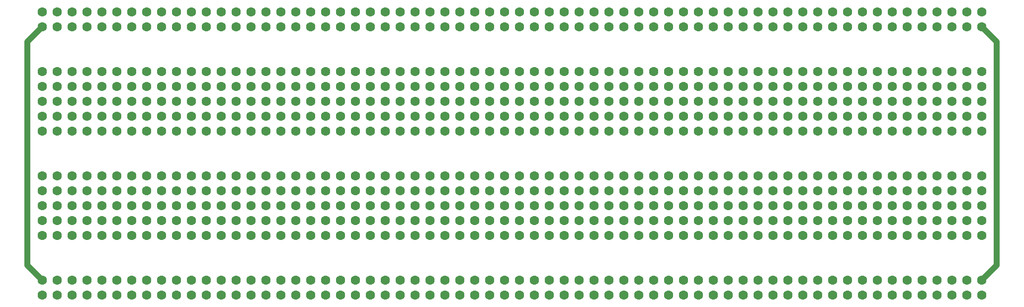
<source format=gbr>
%TF.GenerationSoftware,KiCad,Pcbnew,5.1.7*%
%TF.CreationDate,2020-11-18T18:26:48+01:00*%
%TF.ProjectId,8bitCpu,38626974-4370-4752-9e6b-696361645f70,rev?*%
%TF.SameCoordinates,Original*%
%TF.FileFunction,Copper,L1,Top*%
%TF.FilePolarity,Positive*%
%FSLAX46Y46*%
G04 Gerber Fmt 4.6, Leading zero omitted, Abs format (unit mm)*
G04 Created by KiCad (PCBNEW 5.1.7) date 2020-11-18 18:26:48*
%MOMM*%
%LPD*%
G01*
G04 APERTURE LIST*
%TA.AperFunction,ComponentPad*%
%ADD10C,1.600000*%
%TD*%
%TA.AperFunction,Conductor*%
%ADD11C,1.000000*%
%TD*%
G04 APERTURE END LIST*
D10*
%TO.P,REF\u002A\u002A,1*%
%TO.N,N/C*%
X50800000Y-88900000D03*
%TO.P,REF\u002A\u002A,2*%
X53340000Y-88900000D03*
%TO.P,REF\u002A\u002A,3*%
X55880000Y-88900000D03*
%TO.P,REF\u002A\u002A,4*%
X58420000Y-88900000D03*
%TO.P,REF\u002A\u002A,5*%
X60960000Y-88900000D03*
%TO.P,REF\u002A\u002A,6*%
X63500000Y-88900000D03*
%TO.P,REF\u002A\u002A,7*%
X66040000Y-88900000D03*
%TO.P,REF\u002A\u002A,8*%
X68580000Y-88900000D03*
%TO.P,REF\u002A\u002A,9*%
X71120000Y-88900000D03*
%TO.P,REF\u002A\u002A,10*%
X73660000Y-88900000D03*
%TO.P,REF\u002A\u002A,11*%
X76200000Y-88900000D03*
%TO.P,REF\u002A\u002A,12*%
X78740000Y-88900000D03*
%TO.P,REF\u002A\u002A,13*%
X81280000Y-88900000D03*
%TO.P,REF\u002A\u002A,14*%
X83820000Y-88900000D03*
%TO.P,REF\u002A\u002A,15*%
X86360000Y-88900000D03*
%TO.P,REF\u002A\u002A,16*%
X88900000Y-88900000D03*
%TO.P,REF\u002A\u002A,17*%
X91440000Y-88900000D03*
%TO.P,REF\u002A\u002A,18*%
X93980000Y-88900000D03*
%TO.P,REF\u002A\u002A,19*%
X96520000Y-88900000D03*
%TO.P,REF\u002A\u002A,20*%
X99060000Y-88900000D03*
%TO.P,REF\u002A\u002A,21*%
X101600000Y-88900000D03*
%TO.P,REF\u002A\u002A,22*%
X104140000Y-88900000D03*
%TO.P,REF\u002A\u002A,23*%
X106680000Y-88900000D03*
%TO.P,REF\u002A\u002A,24*%
X109220000Y-88900000D03*
%TO.P,REF\u002A\u002A,25*%
X111760000Y-88900000D03*
%TO.P,REF\u002A\u002A,26*%
X114300000Y-88900000D03*
%TO.P,REF\u002A\u002A,27*%
X116840000Y-88900000D03*
%TO.P,REF\u002A\u002A,28*%
X119380000Y-88900000D03*
%TO.P,REF\u002A\u002A,29*%
X121920000Y-88900000D03*
%TO.P,REF\u002A\u002A,30*%
X124460000Y-88900000D03*
%TO.P,REF\u002A\u002A,31*%
X127000000Y-88900000D03*
%TO.P,REF\u002A\u002A,32*%
X129540000Y-88900000D03*
%TO.P,REF\u002A\u002A,33*%
X132080000Y-88900000D03*
%TO.P,REF\u002A\u002A,34*%
X134620000Y-88900000D03*
%TO.P,REF\u002A\u002A,35*%
X137160000Y-88900000D03*
%TO.P,REF\u002A\u002A,36*%
X139700000Y-88900000D03*
%TO.P,REF\u002A\u002A,37*%
X142240000Y-88900000D03*
%TO.P,REF\u002A\u002A,38*%
X144780000Y-88900000D03*
%TO.P,REF\u002A\u002A,39*%
X147320000Y-88900000D03*
%TO.P,REF\u002A\u002A,40*%
X149860000Y-88900000D03*
%TO.P,REF\u002A\u002A,41*%
X152400000Y-88900000D03*
%TO.P,REF\u002A\u002A,42*%
X154940000Y-88900000D03*
%TO.P,REF\u002A\u002A,43*%
X157480000Y-88900000D03*
%TO.P,REF\u002A\u002A,44*%
X160020000Y-88900000D03*
%TO.P,REF\u002A\u002A,45*%
X162560000Y-88900000D03*
%TO.P,REF\u002A\u002A,46*%
X165100000Y-88900000D03*
%TO.P,REF\u002A\u002A,47*%
X167640000Y-88900000D03*
%TO.P,REF\u002A\u002A,48*%
X170180000Y-88900000D03*
%TO.P,REF\u002A\u002A,49*%
X172720000Y-88900000D03*
%TO.P,REF\u002A\u002A,50*%
X175260000Y-88900000D03*
%TO.P,REF\u002A\u002A,51*%
X177800000Y-88900000D03*
%TO.P,REF\u002A\u002A,52*%
X180340000Y-88900000D03*
%TO.P,REF\u002A\u002A,53*%
X182880000Y-88900000D03*
%TO.P,REF\u002A\u002A,54*%
X185420000Y-88900000D03*
%TO.P,REF\u002A\u002A,55*%
X187960000Y-88900000D03*
%TO.P,REF\u002A\u002A,56*%
X190500000Y-88900000D03*
%TO.P,REF\u002A\u002A,57*%
X193040000Y-88900000D03*
%TO.P,REF\u002A\u002A,58*%
X195580000Y-88900000D03*
%TO.P,REF\u002A\u002A,59*%
X198120000Y-88900000D03*
%TO.P,REF\u002A\u002A,60*%
X200660000Y-88900000D03*
%TO.P,REF\u002A\u002A,61*%
X203200000Y-88900000D03*
%TO.P,REF\u002A\u002A,62*%
X205740000Y-88900000D03*
%TO.P,REF\u002A\u002A,63*%
X208280000Y-88900000D03*
%TO.P,REF\u002A\u002A,64*%
X210820000Y-88900000D03*
%TD*%
%TO.P,REF\u002A\u002A,64*%
%TO.N,N/C*%
X210820000Y-91440000D03*
%TO.P,REF\u002A\u002A,63*%
X208280000Y-91440000D03*
%TO.P,REF\u002A\u002A,62*%
X205740000Y-91440000D03*
%TO.P,REF\u002A\u002A,61*%
X203200000Y-91440000D03*
%TO.P,REF\u002A\u002A,60*%
X200660000Y-91440000D03*
%TO.P,REF\u002A\u002A,59*%
X198120000Y-91440000D03*
%TO.P,REF\u002A\u002A,58*%
X195580000Y-91440000D03*
%TO.P,REF\u002A\u002A,57*%
X193040000Y-91440000D03*
%TO.P,REF\u002A\u002A,56*%
X190500000Y-91440000D03*
%TO.P,REF\u002A\u002A,55*%
X187960000Y-91440000D03*
%TO.P,REF\u002A\u002A,54*%
X185420000Y-91440000D03*
%TO.P,REF\u002A\u002A,53*%
X182880000Y-91440000D03*
%TO.P,REF\u002A\u002A,52*%
X180340000Y-91440000D03*
%TO.P,REF\u002A\u002A,51*%
X177800000Y-91440000D03*
%TO.P,REF\u002A\u002A,50*%
X175260000Y-91440000D03*
%TO.P,REF\u002A\u002A,49*%
X172720000Y-91440000D03*
%TO.P,REF\u002A\u002A,48*%
X170180000Y-91440000D03*
%TO.P,REF\u002A\u002A,47*%
X167640000Y-91440000D03*
%TO.P,REF\u002A\u002A,46*%
X165100000Y-91440000D03*
%TO.P,REF\u002A\u002A,45*%
X162560000Y-91440000D03*
%TO.P,REF\u002A\u002A,44*%
X160020000Y-91440000D03*
%TO.P,REF\u002A\u002A,43*%
X157480000Y-91440000D03*
%TO.P,REF\u002A\u002A,42*%
X154940000Y-91440000D03*
%TO.P,REF\u002A\u002A,41*%
X152400000Y-91440000D03*
%TO.P,REF\u002A\u002A,40*%
X149860000Y-91440000D03*
%TO.P,REF\u002A\u002A,39*%
X147320000Y-91440000D03*
%TO.P,REF\u002A\u002A,38*%
X144780000Y-91440000D03*
%TO.P,REF\u002A\u002A,37*%
X142240000Y-91440000D03*
%TO.P,REF\u002A\u002A,36*%
X139700000Y-91440000D03*
%TO.P,REF\u002A\u002A,35*%
X137160000Y-91440000D03*
%TO.P,REF\u002A\u002A,34*%
X134620000Y-91440000D03*
%TO.P,REF\u002A\u002A,33*%
X132080000Y-91440000D03*
%TO.P,REF\u002A\u002A,32*%
X129540000Y-91440000D03*
%TO.P,REF\u002A\u002A,31*%
X127000000Y-91440000D03*
%TO.P,REF\u002A\u002A,30*%
X124460000Y-91440000D03*
%TO.P,REF\u002A\u002A,29*%
X121920000Y-91440000D03*
%TO.P,REF\u002A\u002A,28*%
X119380000Y-91440000D03*
%TO.P,REF\u002A\u002A,27*%
X116840000Y-91440000D03*
%TO.P,REF\u002A\u002A,26*%
X114300000Y-91440000D03*
%TO.P,REF\u002A\u002A,25*%
X111760000Y-91440000D03*
%TO.P,REF\u002A\u002A,24*%
X109220000Y-91440000D03*
%TO.P,REF\u002A\u002A,23*%
X106680000Y-91440000D03*
%TO.P,REF\u002A\u002A,22*%
X104140000Y-91440000D03*
%TO.P,REF\u002A\u002A,21*%
X101600000Y-91440000D03*
%TO.P,REF\u002A\u002A,20*%
X99060000Y-91440000D03*
%TO.P,REF\u002A\u002A,19*%
X96520000Y-91440000D03*
%TO.P,REF\u002A\u002A,18*%
X93980000Y-91440000D03*
%TO.P,REF\u002A\u002A,17*%
X91440000Y-91440000D03*
%TO.P,REF\u002A\u002A,16*%
X88900000Y-91440000D03*
%TO.P,REF\u002A\u002A,15*%
X86360000Y-91440000D03*
%TO.P,REF\u002A\u002A,14*%
X83820000Y-91440000D03*
%TO.P,REF\u002A\u002A,13*%
X81280000Y-91440000D03*
%TO.P,REF\u002A\u002A,12*%
X78740000Y-91440000D03*
%TO.P,REF\u002A\u002A,11*%
X76200000Y-91440000D03*
%TO.P,REF\u002A\u002A,10*%
X73660000Y-91440000D03*
%TO.P,REF\u002A\u002A,9*%
X71120000Y-91440000D03*
%TO.P,REF\u002A\u002A,8*%
X68580000Y-91440000D03*
%TO.P,REF\u002A\u002A,7*%
X66040000Y-91440000D03*
%TO.P,REF\u002A\u002A,6*%
X63500000Y-91440000D03*
%TO.P,REF\u002A\u002A,5*%
X60960000Y-91440000D03*
%TO.P,REF\u002A\u002A,4*%
X58420000Y-91440000D03*
%TO.P,REF\u002A\u002A,3*%
X55880000Y-91440000D03*
%TO.P,REF\u002A\u002A,2*%
X53340000Y-91440000D03*
%TO.P,REF\u002A\u002A,1*%
X50800000Y-91440000D03*
%TD*%
%TO.P,REF\u002A\u002A,1*%
%TO.N,N/C*%
X50800000Y-45720000D03*
%TO.P,REF\u002A\u002A,2*%
X53340000Y-45720000D03*
%TO.P,REF\u002A\u002A,3*%
X55880000Y-45720000D03*
%TO.P,REF\u002A\u002A,4*%
X58420000Y-45720000D03*
%TO.P,REF\u002A\u002A,5*%
X60960000Y-45720000D03*
%TO.P,REF\u002A\u002A,6*%
X63500000Y-45720000D03*
%TO.P,REF\u002A\u002A,7*%
X66040000Y-45720000D03*
%TO.P,REF\u002A\u002A,8*%
X68580000Y-45720000D03*
%TO.P,REF\u002A\u002A,9*%
X71120000Y-45720000D03*
%TO.P,REF\u002A\u002A,10*%
X73660000Y-45720000D03*
%TO.P,REF\u002A\u002A,11*%
X76200000Y-45720000D03*
%TO.P,REF\u002A\u002A,12*%
X78740000Y-45720000D03*
%TO.P,REF\u002A\u002A,13*%
X81280000Y-45720000D03*
%TO.P,REF\u002A\u002A,14*%
X83820000Y-45720000D03*
%TO.P,REF\u002A\u002A,15*%
X86360000Y-45720000D03*
%TO.P,REF\u002A\u002A,16*%
X88900000Y-45720000D03*
%TO.P,REF\u002A\u002A,17*%
X91440000Y-45720000D03*
%TO.P,REF\u002A\u002A,18*%
X93980000Y-45720000D03*
%TO.P,REF\u002A\u002A,19*%
X96520000Y-45720000D03*
%TO.P,REF\u002A\u002A,20*%
X99060000Y-45720000D03*
%TO.P,REF\u002A\u002A,21*%
X101600000Y-45720000D03*
%TO.P,REF\u002A\u002A,22*%
X104140000Y-45720000D03*
%TO.P,REF\u002A\u002A,23*%
X106680000Y-45720000D03*
%TO.P,REF\u002A\u002A,24*%
X109220000Y-45720000D03*
%TO.P,REF\u002A\u002A,25*%
X111760000Y-45720000D03*
%TO.P,REF\u002A\u002A,26*%
X114300000Y-45720000D03*
%TO.P,REF\u002A\u002A,27*%
X116840000Y-45720000D03*
%TO.P,REF\u002A\u002A,28*%
X119380000Y-45720000D03*
%TO.P,REF\u002A\u002A,29*%
X121920000Y-45720000D03*
%TO.P,REF\u002A\u002A,30*%
X124460000Y-45720000D03*
%TO.P,REF\u002A\u002A,31*%
X127000000Y-45720000D03*
%TO.P,REF\u002A\u002A,32*%
X129540000Y-45720000D03*
%TO.P,REF\u002A\u002A,33*%
X132080000Y-45720000D03*
%TO.P,REF\u002A\u002A,34*%
X134620000Y-45720000D03*
%TO.P,REF\u002A\u002A,35*%
X137160000Y-45720000D03*
%TO.P,REF\u002A\u002A,36*%
X139700000Y-45720000D03*
%TO.P,REF\u002A\u002A,37*%
X142240000Y-45720000D03*
%TO.P,REF\u002A\u002A,38*%
X144780000Y-45720000D03*
%TO.P,REF\u002A\u002A,39*%
X147320000Y-45720000D03*
%TO.P,REF\u002A\u002A,40*%
X149860000Y-45720000D03*
%TO.P,REF\u002A\u002A,41*%
X152400000Y-45720000D03*
%TO.P,REF\u002A\u002A,42*%
X154940000Y-45720000D03*
%TO.P,REF\u002A\u002A,43*%
X157480000Y-45720000D03*
%TO.P,REF\u002A\u002A,44*%
X160020000Y-45720000D03*
%TO.P,REF\u002A\u002A,45*%
X162560000Y-45720000D03*
%TO.P,REF\u002A\u002A,46*%
X165100000Y-45720000D03*
%TO.P,REF\u002A\u002A,47*%
X167640000Y-45720000D03*
%TO.P,REF\u002A\u002A,48*%
X170180000Y-45720000D03*
%TO.P,REF\u002A\u002A,49*%
X172720000Y-45720000D03*
%TO.P,REF\u002A\u002A,50*%
X175260000Y-45720000D03*
%TO.P,REF\u002A\u002A,51*%
X177800000Y-45720000D03*
%TO.P,REF\u002A\u002A,52*%
X180340000Y-45720000D03*
%TO.P,REF\u002A\u002A,53*%
X182880000Y-45720000D03*
%TO.P,REF\u002A\u002A,54*%
X185420000Y-45720000D03*
%TO.P,REF\u002A\u002A,55*%
X187960000Y-45720000D03*
%TO.P,REF\u002A\u002A,56*%
X190500000Y-45720000D03*
%TO.P,REF\u002A\u002A,57*%
X193040000Y-45720000D03*
%TO.P,REF\u002A\u002A,58*%
X195580000Y-45720000D03*
%TO.P,REF\u002A\u002A,59*%
X198120000Y-45720000D03*
%TO.P,REF\u002A\u002A,60*%
X200660000Y-45720000D03*
%TO.P,REF\u002A\u002A,61*%
X203200000Y-45720000D03*
%TO.P,REF\u002A\u002A,62*%
X205740000Y-45720000D03*
%TO.P,REF\u002A\u002A,63*%
X208280000Y-45720000D03*
%TO.P,REF\u002A\u002A,64*%
X210820000Y-45720000D03*
%TD*%
%TO.P,REF\u002A\u002A,5*%
%TO.N,N/C*%
X50800000Y-81280000D03*
%TO.P,REF\u002A\u002A,4*%
X50800000Y-78740000D03*
%TO.P,REF\u002A\u002A,3*%
X50800000Y-76200000D03*
%TO.P,REF\u002A\u002A,2*%
X50800000Y-73660000D03*
%TO.P,REF\u002A\u002A,1*%
X50800000Y-71120000D03*
%TD*%
%TO.P,REF\u002A\u002A,5*%
%TO.N,N/C*%
X53340000Y-81280000D03*
%TO.P,REF\u002A\u002A,4*%
X53340000Y-78740000D03*
%TO.P,REF\u002A\u002A,3*%
X53340000Y-76200000D03*
%TO.P,REF\u002A\u002A,2*%
X53340000Y-73660000D03*
%TO.P,REF\u002A\u002A,1*%
X53340000Y-71120000D03*
%TD*%
%TO.P,REF\u002A\u002A,5*%
%TO.N,N/C*%
X55880000Y-81280000D03*
%TO.P,REF\u002A\u002A,4*%
X55880000Y-78740000D03*
%TO.P,REF\u002A\u002A,3*%
X55880000Y-76200000D03*
%TO.P,REF\u002A\u002A,2*%
X55880000Y-73660000D03*
%TO.P,REF\u002A\u002A,1*%
X55880000Y-71120000D03*
%TD*%
%TO.P,REF\u002A\u002A,5*%
%TO.N,N/C*%
X58420000Y-81280000D03*
%TO.P,REF\u002A\u002A,4*%
X58420000Y-78740000D03*
%TO.P,REF\u002A\u002A,3*%
X58420000Y-76200000D03*
%TO.P,REF\u002A\u002A,2*%
X58420000Y-73660000D03*
%TO.P,REF\u002A\u002A,1*%
X58420000Y-71120000D03*
%TD*%
%TO.P,REF\u002A\u002A,5*%
%TO.N,N/C*%
X60960000Y-81280000D03*
%TO.P,REF\u002A\u002A,4*%
X60960000Y-78740000D03*
%TO.P,REF\u002A\u002A,3*%
X60960000Y-76200000D03*
%TO.P,REF\u002A\u002A,2*%
X60960000Y-73660000D03*
%TO.P,REF\u002A\u002A,1*%
X60960000Y-71120000D03*
%TD*%
%TO.P,REF\u002A\u002A,5*%
%TO.N,N/C*%
X63500000Y-81280000D03*
%TO.P,REF\u002A\u002A,4*%
X63500000Y-78740000D03*
%TO.P,REF\u002A\u002A,3*%
X63500000Y-76200000D03*
%TO.P,REF\u002A\u002A,2*%
X63500000Y-73660000D03*
%TO.P,REF\u002A\u002A,1*%
X63500000Y-71120000D03*
%TD*%
%TO.P,REF\u002A\u002A,5*%
%TO.N,N/C*%
X66040000Y-81280000D03*
%TO.P,REF\u002A\u002A,4*%
X66040000Y-78740000D03*
%TO.P,REF\u002A\u002A,3*%
X66040000Y-76200000D03*
%TO.P,REF\u002A\u002A,2*%
X66040000Y-73660000D03*
%TO.P,REF\u002A\u002A,1*%
X66040000Y-71120000D03*
%TD*%
%TO.P,REF\u002A\u002A,5*%
%TO.N,N/C*%
X68580000Y-81280000D03*
%TO.P,REF\u002A\u002A,4*%
X68580000Y-78740000D03*
%TO.P,REF\u002A\u002A,3*%
X68580000Y-76200000D03*
%TO.P,REF\u002A\u002A,2*%
X68580000Y-73660000D03*
%TO.P,REF\u002A\u002A,1*%
X68580000Y-71120000D03*
%TD*%
%TO.P,REF\u002A\u002A,5*%
%TO.N,N/C*%
X83820000Y-81280000D03*
%TO.P,REF\u002A\u002A,4*%
X83820000Y-78740000D03*
%TO.P,REF\u002A\u002A,3*%
X83820000Y-76200000D03*
%TO.P,REF\u002A\u002A,2*%
X83820000Y-73660000D03*
%TO.P,REF\u002A\u002A,1*%
X83820000Y-71120000D03*
%TD*%
%TO.P,REF\u002A\u002A,5*%
%TO.N,N/C*%
X81280000Y-81280000D03*
%TO.P,REF\u002A\u002A,4*%
X81280000Y-78740000D03*
%TO.P,REF\u002A\u002A,3*%
X81280000Y-76200000D03*
%TO.P,REF\u002A\u002A,2*%
X81280000Y-73660000D03*
%TO.P,REF\u002A\u002A,1*%
X81280000Y-71120000D03*
%TD*%
%TO.P,REF\u002A\u002A,5*%
%TO.N,N/C*%
X86360000Y-81280000D03*
%TO.P,REF\u002A\u002A,4*%
X86360000Y-78740000D03*
%TO.P,REF\u002A\u002A,3*%
X86360000Y-76200000D03*
%TO.P,REF\u002A\u002A,2*%
X86360000Y-73660000D03*
%TO.P,REF\u002A\u002A,1*%
X86360000Y-71120000D03*
%TD*%
%TO.P,REF\u002A\u002A,5*%
%TO.N,N/C*%
X76200000Y-81280000D03*
%TO.P,REF\u002A\u002A,4*%
X76200000Y-78740000D03*
%TO.P,REF\u002A\u002A,3*%
X76200000Y-76200000D03*
%TO.P,REF\u002A\u002A,2*%
X76200000Y-73660000D03*
%TO.P,REF\u002A\u002A,1*%
X76200000Y-71120000D03*
%TD*%
%TO.P,REF\u002A\u002A,5*%
%TO.N,N/C*%
X71120000Y-81280000D03*
%TO.P,REF\u002A\u002A,4*%
X71120000Y-78740000D03*
%TO.P,REF\u002A\u002A,3*%
X71120000Y-76200000D03*
%TO.P,REF\u002A\u002A,2*%
X71120000Y-73660000D03*
%TO.P,REF\u002A\u002A,1*%
X71120000Y-71120000D03*
%TD*%
%TO.P,REF\u002A\u002A,5*%
%TO.N,N/C*%
X78740000Y-81280000D03*
%TO.P,REF\u002A\u002A,4*%
X78740000Y-78740000D03*
%TO.P,REF\u002A\u002A,3*%
X78740000Y-76200000D03*
%TO.P,REF\u002A\u002A,2*%
X78740000Y-73660000D03*
%TO.P,REF\u002A\u002A,1*%
X78740000Y-71120000D03*
%TD*%
%TO.P,REF\u002A\u002A,5*%
%TO.N,N/C*%
X88900000Y-81280000D03*
%TO.P,REF\u002A\u002A,4*%
X88900000Y-78740000D03*
%TO.P,REF\u002A\u002A,3*%
X88900000Y-76200000D03*
%TO.P,REF\u002A\u002A,2*%
X88900000Y-73660000D03*
%TO.P,REF\u002A\u002A,1*%
X88900000Y-71120000D03*
%TD*%
%TO.P,REF\u002A\u002A,5*%
%TO.N,N/C*%
X73660000Y-81280000D03*
%TO.P,REF\u002A\u002A,4*%
X73660000Y-78740000D03*
%TO.P,REF\u002A\u002A,3*%
X73660000Y-76200000D03*
%TO.P,REF\u002A\u002A,2*%
X73660000Y-73660000D03*
%TO.P,REF\u002A\u002A,1*%
X73660000Y-71120000D03*
%TD*%
%TO.P,REF\u002A\u002A,5*%
%TO.N,N/C*%
X104140000Y-81280000D03*
%TO.P,REF\u002A\u002A,4*%
X104140000Y-78740000D03*
%TO.P,REF\u002A\u002A,3*%
X104140000Y-76200000D03*
%TO.P,REF\u002A\u002A,2*%
X104140000Y-73660000D03*
%TO.P,REF\u002A\u002A,1*%
X104140000Y-71120000D03*
%TD*%
%TO.P,REF\u002A\u002A,5*%
%TO.N,N/C*%
X124460000Y-81280000D03*
%TO.P,REF\u002A\u002A,4*%
X124460000Y-78740000D03*
%TO.P,REF\u002A\u002A,3*%
X124460000Y-76200000D03*
%TO.P,REF\u002A\u002A,2*%
X124460000Y-73660000D03*
%TO.P,REF\u002A\u002A,1*%
X124460000Y-71120000D03*
%TD*%
%TO.P,REF\u002A\u002A,5*%
%TO.N,N/C*%
X101600000Y-81280000D03*
%TO.P,REF\u002A\u002A,4*%
X101600000Y-78740000D03*
%TO.P,REF\u002A\u002A,3*%
X101600000Y-76200000D03*
%TO.P,REF\u002A\u002A,2*%
X101600000Y-73660000D03*
%TO.P,REF\u002A\u002A,1*%
X101600000Y-71120000D03*
%TD*%
%TO.P,REF\u002A\u002A,5*%
%TO.N,N/C*%
X119380000Y-81280000D03*
%TO.P,REF\u002A\u002A,4*%
X119380000Y-78740000D03*
%TO.P,REF\u002A\u002A,3*%
X119380000Y-76200000D03*
%TO.P,REF\u002A\u002A,2*%
X119380000Y-73660000D03*
%TO.P,REF\u002A\u002A,1*%
X119380000Y-71120000D03*
%TD*%
%TO.P,REF\u002A\u002A,5*%
%TO.N,N/C*%
X106680000Y-81280000D03*
%TO.P,REF\u002A\u002A,4*%
X106680000Y-78740000D03*
%TO.P,REF\u002A\u002A,3*%
X106680000Y-76200000D03*
%TO.P,REF\u002A\u002A,2*%
X106680000Y-73660000D03*
%TO.P,REF\u002A\u002A,1*%
X106680000Y-71120000D03*
%TD*%
%TO.P,REF\u002A\u002A,5*%
%TO.N,N/C*%
X116840000Y-81280000D03*
%TO.P,REF\u002A\u002A,4*%
X116840000Y-78740000D03*
%TO.P,REF\u002A\u002A,3*%
X116840000Y-76200000D03*
%TO.P,REF\u002A\u002A,2*%
X116840000Y-73660000D03*
%TO.P,REF\u002A\u002A,1*%
X116840000Y-71120000D03*
%TD*%
%TO.P,REF\u002A\u002A,5*%
%TO.N,N/C*%
X111760000Y-81280000D03*
%TO.P,REF\u002A\u002A,4*%
X111760000Y-78740000D03*
%TO.P,REF\u002A\u002A,3*%
X111760000Y-76200000D03*
%TO.P,REF\u002A\u002A,2*%
X111760000Y-73660000D03*
%TO.P,REF\u002A\u002A,1*%
X111760000Y-71120000D03*
%TD*%
%TO.P,REF\u002A\u002A,5*%
%TO.N,N/C*%
X121920000Y-81280000D03*
%TO.P,REF\u002A\u002A,4*%
X121920000Y-78740000D03*
%TO.P,REF\u002A\u002A,3*%
X121920000Y-76200000D03*
%TO.P,REF\u002A\u002A,2*%
X121920000Y-73660000D03*
%TO.P,REF\u002A\u002A,1*%
X121920000Y-71120000D03*
%TD*%
%TO.P,REF\u002A\u002A,5*%
%TO.N,N/C*%
X96520000Y-81280000D03*
%TO.P,REF\u002A\u002A,4*%
X96520000Y-78740000D03*
%TO.P,REF\u002A\u002A,3*%
X96520000Y-76200000D03*
%TO.P,REF\u002A\u002A,2*%
X96520000Y-73660000D03*
%TO.P,REF\u002A\u002A,1*%
X96520000Y-71120000D03*
%TD*%
%TO.P,REF\u002A\u002A,5*%
%TO.N,N/C*%
X127000000Y-81280000D03*
%TO.P,REF\u002A\u002A,4*%
X127000000Y-78740000D03*
%TO.P,REF\u002A\u002A,3*%
X127000000Y-76200000D03*
%TO.P,REF\u002A\u002A,2*%
X127000000Y-73660000D03*
%TO.P,REF\u002A\u002A,1*%
X127000000Y-71120000D03*
%TD*%
%TO.P,REF\u002A\u002A,5*%
%TO.N,N/C*%
X129540000Y-81280000D03*
%TO.P,REF\u002A\u002A,4*%
X129540000Y-78740000D03*
%TO.P,REF\u002A\u002A,3*%
X129540000Y-76200000D03*
%TO.P,REF\u002A\u002A,2*%
X129540000Y-73660000D03*
%TO.P,REF\u002A\u002A,1*%
X129540000Y-71120000D03*
%TD*%
%TO.P,REF\u002A\u002A,5*%
%TO.N,N/C*%
X91440000Y-81280000D03*
%TO.P,REF\u002A\u002A,4*%
X91440000Y-78740000D03*
%TO.P,REF\u002A\u002A,3*%
X91440000Y-76200000D03*
%TO.P,REF\u002A\u002A,2*%
X91440000Y-73660000D03*
%TO.P,REF\u002A\u002A,1*%
X91440000Y-71120000D03*
%TD*%
%TO.P,REF\u002A\u002A,5*%
%TO.N,N/C*%
X99060000Y-81280000D03*
%TO.P,REF\u002A\u002A,4*%
X99060000Y-78740000D03*
%TO.P,REF\u002A\u002A,3*%
X99060000Y-76200000D03*
%TO.P,REF\u002A\u002A,2*%
X99060000Y-73660000D03*
%TO.P,REF\u002A\u002A,1*%
X99060000Y-71120000D03*
%TD*%
%TO.P,REF\u002A\u002A,5*%
%TO.N,N/C*%
X114300000Y-81280000D03*
%TO.P,REF\u002A\u002A,4*%
X114300000Y-78740000D03*
%TO.P,REF\u002A\u002A,3*%
X114300000Y-76200000D03*
%TO.P,REF\u002A\u002A,2*%
X114300000Y-73660000D03*
%TO.P,REF\u002A\u002A,1*%
X114300000Y-71120000D03*
%TD*%
%TO.P,REF\u002A\u002A,5*%
%TO.N,N/C*%
X109220000Y-81280000D03*
%TO.P,REF\u002A\u002A,4*%
X109220000Y-78740000D03*
%TO.P,REF\u002A\u002A,3*%
X109220000Y-76200000D03*
%TO.P,REF\u002A\u002A,2*%
X109220000Y-73660000D03*
%TO.P,REF\u002A\u002A,1*%
X109220000Y-71120000D03*
%TD*%
%TO.P,REF\u002A\u002A,5*%
%TO.N,N/C*%
X93980000Y-81280000D03*
%TO.P,REF\u002A\u002A,4*%
X93980000Y-78740000D03*
%TO.P,REF\u002A\u002A,3*%
X93980000Y-76200000D03*
%TO.P,REF\u002A\u002A,2*%
X93980000Y-73660000D03*
%TO.P,REF\u002A\u002A,1*%
X93980000Y-71120000D03*
%TD*%
%TO.P,REF\u002A\u002A,5*%
%TO.N,N/C*%
X144780000Y-81280000D03*
%TO.P,REF\u002A\u002A,4*%
X144780000Y-78740000D03*
%TO.P,REF\u002A\u002A,3*%
X144780000Y-76200000D03*
%TO.P,REF\u002A\u002A,2*%
X144780000Y-73660000D03*
%TO.P,REF\u002A\u002A,1*%
X144780000Y-71120000D03*
%TD*%
%TO.P,REF\u002A\u002A,5*%
%TO.N,N/C*%
X165100000Y-81280000D03*
%TO.P,REF\u002A\u002A,4*%
X165100000Y-78740000D03*
%TO.P,REF\u002A\u002A,3*%
X165100000Y-76200000D03*
%TO.P,REF\u002A\u002A,2*%
X165100000Y-73660000D03*
%TO.P,REF\u002A\u002A,1*%
X165100000Y-71120000D03*
%TD*%
%TO.P,REF\u002A\u002A,5*%
%TO.N,N/C*%
X142240000Y-81280000D03*
%TO.P,REF\u002A\u002A,4*%
X142240000Y-78740000D03*
%TO.P,REF\u002A\u002A,3*%
X142240000Y-76200000D03*
%TO.P,REF\u002A\u002A,2*%
X142240000Y-73660000D03*
%TO.P,REF\u002A\u002A,1*%
X142240000Y-71120000D03*
%TD*%
%TO.P,REF\u002A\u002A,5*%
%TO.N,N/C*%
X160020000Y-81280000D03*
%TO.P,REF\u002A\u002A,4*%
X160020000Y-78740000D03*
%TO.P,REF\u002A\u002A,3*%
X160020000Y-76200000D03*
%TO.P,REF\u002A\u002A,2*%
X160020000Y-73660000D03*
%TO.P,REF\u002A\u002A,1*%
X160020000Y-71120000D03*
%TD*%
%TO.P,REF\u002A\u002A,5*%
%TO.N,N/C*%
X147320000Y-81280000D03*
%TO.P,REF\u002A\u002A,4*%
X147320000Y-78740000D03*
%TO.P,REF\u002A\u002A,3*%
X147320000Y-76200000D03*
%TO.P,REF\u002A\u002A,2*%
X147320000Y-73660000D03*
%TO.P,REF\u002A\u002A,1*%
X147320000Y-71120000D03*
%TD*%
%TO.P,REF\u002A\u002A,5*%
%TO.N,N/C*%
X157480000Y-81280000D03*
%TO.P,REF\u002A\u002A,4*%
X157480000Y-78740000D03*
%TO.P,REF\u002A\u002A,3*%
X157480000Y-76200000D03*
%TO.P,REF\u002A\u002A,2*%
X157480000Y-73660000D03*
%TO.P,REF\u002A\u002A,1*%
X157480000Y-71120000D03*
%TD*%
%TO.P,REF\u002A\u002A,5*%
%TO.N,N/C*%
X152400000Y-81280000D03*
%TO.P,REF\u002A\u002A,4*%
X152400000Y-78740000D03*
%TO.P,REF\u002A\u002A,3*%
X152400000Y-76200000D03*
%TO.P,REF\u002A\u002A,2*%
X152400000Y-73660000D03*
%TO.P,REF\u002A\u002A,1*%
X152400000Y-71120000D03*
%TD*%
%TO.P,REF\u002A\u002A,5*%
%TO.N,N/C*%
X162560000Y-81280000D03*
%TO.P,REF\u002A\u002A,4*%
X162560000Y-78740000D03*
%TO.P,REF\u002A\u002A,3*%
X162560000Y-76200000D03*
%TO.P,REF\u002A\u002A,2*%
X162560000Y-73660000D03*
%TO.P,REF\u002A\u002A,1*%
X162560000Y-71120000D03*
%TD*%
%TO.P,REF\u002A\u002A,5*%
%TO.N,N/C*%
X137160000Y-81280000D03*
%TO.P,REF\u002A\u002A,4*%
X137160000Y-78740000D03*
%TO.P,REF\u002A\u002A,3*%
X137160000Y-76200000D03*
%TO.P,REF\u002A\u002A,2*%
X137160000Y-73660000D03*
%TO.P,REF\u002A\u002A,1*%
X137160000Y-71120000D03*
%TD*%
%TO.P,REF\u002A\u002A,5*%
%TO.N,N/C*%
X167640000Y-81280000D03*
%TO.P,REF\u002A\u002A,4*%
X167640000Y-78740000D03*
%TO.P,REF\u002A\u002A,3*%
X167640000Y-76200000D03*
%TO.P,REF\u002A\u002A,2*%
X167640000Y-73660000D03*
%TO.P,REF\u002A\u002A,1*%
X167640000Y-71120000D03*
%TD*%
%TO.P,REF\u002A\u002A,5*%
%TO.N,N/C*%
X170180000Y-81280000D03*
%TO.P,REF\u002A\u002A,4*%
X170180000Y-78740000D03*
%TO.P,REF\u002A\u002A,3*%
X170180000Y-76200000D03*
%TO.P,REF\u002A\u002A,2*%
X170180000Y-73660000D03*
%TO.P,REF\u002A\u002A,1*%
X170180000Y-71120000D03*
%TD*%
%TO.P,REF\u002A\u002A,5*%
%TO.N,N/C*%
X132080000Y-81280000D03*
%TO.P,REF\u002A\u002A,4*%
X132080000Y-78740000D03*
%TO.P,REF\u002A\u002A,3*%
X132080000Y-76200000D03*
%TO.P,REF\u002A\u002A,2*%
X132080000Y-73660000D03*
%TO.P,REF\u002A\u002A,1*%
X132080000Y-71120000D03*
%TD*%
%TO.P,REF\u002A\u002A,5*%
%TO.N,N/C*%
X139700000Y-81280000D03*
%TO.P,REF\u002A\u002A,4*%
X139700000Y-78740000D03*
%TO.P,REF\u002A\u002A,3*%
X139700000Y-76200000D03*
%TO.P,REF\u002A\u002A,2*%
X139700000Y-73660000D03*
%TO.P,REF\u002A\u002A,1*%
X139700000Y-71120000D03*
%TD*%
%TO.P,REF\u002A\u002A,5*%
%TO.N,N/C*%
X154940000Y-81280000D03*
%TO.P,REF\u002A\u002A,4*%
X154940000Y-78740000D03*
%TO.P,REF\u002A\u002A,3*%
X154940000Y-76200000D03*
%TO.P,REF\u002A\u002A,2*%
X154940000Y-73660000D03*
%TO.P,REF\u002A\u002A,1*%
X154940000Y-71120000D03*
%TD*%
%TO.P,REF\u002A\u002A,5*%
%TO.N,N/C*%
X149860000Y-81280000D03*
%TO.P,REF\u002A\u002A,4*%
X149860000Y-78740000D03*
%TO.P,REF\u002A\u002A,3*%
X149860000Y-76200000D03*
%TO.P,REF\u002A\u002A,2*%
X149860000Y-73660000D03*
%TO.P,REF\u002A\u002A,1*%
X149860000Y-71120000D03*
%TD*%
%TO.P,REF\u002A\u002A,5*%
%TO.N,N/C*%
X134620000Y-81280000D03*
%TO.P,REF\u002A\u002A,4*%
X134620000Y-78740000D03*
%TO.P,REF\u002A\u002A,3*%
X134620000Y-76200000D03*
%TO.P,REF\u002A\u002A,2*%
X134620000Y-73660000D03*
%TO.P,REF\u002A\u002A,1*%
X134620000Y-71120000D03*
%TD*%
%TO.P,REF\u002A\u002A,5*%
%TO.N,N/C*%
X185420000Y-81280000D03*
%TO.P,REF\u002A\u002A,4*%
X185420000Y-78740000D03*
%TO.P,REF\u002A\u002A,3*%
X185420000Y-76200000D03*
%TO.P,REF\u002A\u002A,2*%
X185420000Y-73660000D03*
%TO.P,REF\u002A\u002A,1*%
X185420000Y-71120000D03*
%TD*%
%TO.P,REF\u002A\u002A,5*%
%TO.N,N/C*%
X205740000Y-81280000D03*
%TO.P,REF\u002A\u002A,4*%
X205740000Y-78740000D03*
%TO.P,REF\u002A\u002A,3*%
X205740000Y-76200000D03*
%TO.P,REF\u002A\u002A,2*%
X205740000Y-73660000D03*
%TO.P,REF\u002A\u002A,1*%
X205740000Y-71120000D03*
%TD*%
%TO.P,REF\u002A\u002A,5*%
%TO.N,N/C*%
X182880000Y-81280000D03*
%TO.P,REF\u002A\u002A,4*%
X182880000Y-78740000D03*
%TO.P,REF\u002A\u002A,3*%
X182880000Y-76200000D03*
%TO.P,REF\u002A\u002A,2*%
X182880000Y-73660000D03*
%TO.P,REF\u002A\u002A,1*%
X182880000Y-71120000D03*
%TD*%
%TO.P,REF\u002A\u002A,5*%
%TO.N,N/C*%
X200660000Y-81280000D03*
%TO.P,REF\u002A\u002A,4*%
X200660000Y-78740000D03*
%TO.P,REF\u002A\u002A,3*%
X200660000Y-76200000D03*
%TO.P,REF\u002A\u002A,2*%
X200660000Y-73660000D03*
%TO.P,REF\u002A\u002A,1*%
X200660000Y-71120000D03*
%TD*%
%TO.P,REF\u002A\u002A,5*%
%TO.N,N/C*%
X187960000Y-81280000D03*
%TO.P,REF\u002A\u002A,4*%
X187960000Y-78740000D03*
%TO.P,REF\u002A\u002A,3*%
X187960000Y-76200000D03*
%TO.P,REF\u002A\u002A,2*%
X187960000Y-73660000D03*
%TO.P,REF\u002A\u002A,1*%
X187960000Y-71120000D03*
%TD*%
%TO.P,REF\u002A\u002A,5*%
%TO.N,N/C*%
X198120000Y-81280000D03*
%TO.P,REF\u002A\u002A,4*%
X198120000Y-78740000D03*
%TO.P,REF\u002A\u002A,3*%
X198120000Y-76200000D03*
%TO.P,REF\u002A\u002A,2*%
X198120000Y-73660000D03*
%TO.P,REF\u002A\u002A,1*%
X198120000Y-71120000D03*
%TD*%
%TO.P,REF\u002A\u002A,5*%
%TO.N,N/C*%
X193040000Y-81280000D03*
%TO.P,REF\u002A\u002A,4*%
X193040000Y-78740000D03*
%TO.P,REF\u002A\u002A,3*%
X193040000Y-76200000D03*
%TO.P,REF\u002A\u002A,2*%
X193040000Y-73660000D03*
%TO.P,REF\u002A\u002A,1*%
X193040000Y-71120000D03*
%TD*%
%TO.P,REF\u002A\u002A,5*%
%TO.N,N/C*%
X203200000Y-81280000D03*
%TO.P,REF\u002A\u002A,4*%
X203200000Y-78740000D03*
%TO.P,REF\u002A\u002A,3*%
X203200000Y-76200000D03*
%TO.P,REF\u002A\u002A,2*%
X203200000Y-73660000D03*
%TO.P,REF\u002A\u002A,1*%
X203200000Y-71120000D03*
%TD*%
%TO.P,REF\u002A\u002A,5*%
%TO.N,N/C*%
X177800000Y-81280000D03*
%TO.P,REF\u002A\u002A,4*%
X177800000Y-78740000D03*
%TO.P,REF\u002A\u002A,3*%
X177800000Y-76200000D03*
%TO.P,REF\u002A\u002A,2*%
X177800000Y-73660000D03*
%TO.P,REF\u002A\u002A,1*%
X177800000Y-71120000D03*
%TD*%
%TO.P,REF\u002A\u002A,5*%
%TO.N,N/C*%
X208280000Y-81280000D03*
%TO.P,REF\u002A\u002A,4*%
X208280000Y-78740000D03*
%TO.P,REF\u002A\u002A,3*%
X208280000Y-76200000D03*
%TO.P,REF\u002A\u002A,2*%
X208280000Y-73660000D03*
%TO.P,REF\u002A\u002A,1*%
X208280000Y-71120000D03*
%TD*%
%TO.P,REF\u002A\u002A,5*%
%TO.N,N/C*%
X210820000Y-81280000D03*
%TO.P,REF\u002A\u002A,4*%
X210820000Y-78740000D03*
%TO.P,REF\u002A\u002A,3*%
X210820000Y-76200000D03*
%TO.P,REF\u002A\u002A,2*%
X210820000Y-73660000D03*
%TO.P,REF\u002A\u002A,1*%
X210820000Y-71120000D03*
%TD*%
%TO.P,REF\u002A\u002A,5*%
%TO.N,N/C*%
X172720000Y-81280000D03*
%TO.P,REF\u002A\u002A,4*%
X172720000Y-78740000D03*
%TO.P,REF\u002A\u002A,3*%
X172720000Y-76200000D03*
%TO.P,REF\u002A\u002A,2*%
X172720000Y-73660000D03*
%TO.P,REF\u002A\u002A,1*%
X172720000Y-71120000D03*
%TD*%
%TO.P,REF\u002A\u002A,5*%
%TO.N,N/C*%
X180340000Y-81280000D03*
%TO.P,REF\u002A\u002A,4*%
X180340000Y-78740000D03*
%TO.P,REF\u002A\u002A,3*%
X180340000Y-76200000D03*
%TO.P,REF\u002A\u002A,2*%
X180340000Y-73660000D03*
%TO.P,REF\u002A\u002A,1*%
X180340000Y-71120000D03*
%TD*%
%TO.P,REF\u002A\u002A,5*%
%TO.N,N/C*%
X195580000Y-81280000D03*
%TO.P,REF\u002A\u002A,4*%
X195580000Y-78740000D03*
%TO.P,REF\u002A\u002A,3*%
X195580000Y-76200000D03*
%TO.P,REF\u002A\u002A,2*%
X195580000Y-73660000D03*
%TO.P,REF\u002A\u002A,1*%
X195580000Y-71120000D03*
%TD*%
%TO.P,REF\u002A\u002A,5*%
%TO.N,N/C*%
X190500000Y-81280000D03*
%TO.P,REF\u002A\u002A,4*%
X190500000Y-78740000D03*
%TO.P,REF\u002A\u002A,3*%
X190500000Y-76200000D03*
%TO.P,REF\u002A\u002A,2*%
X190500000Y-73660000D03*
%TO.P,REF\u002A\u002A,1*%
X190500000Y-71120000D03*
%TD*%
%TO.P,REF\u002A\u002A,5*%
%TO.N,N/C*%
X175260000Y-81280000D03*
%TO.P,REF\u002A\u002A,4*%
X175260000Y-78740000D03*
%TO.P,REF\u002A\u002A,3*%
X175260000Y-76200000D03*
%TO.P,REF\u002A\u002A,2*%
X175260000Y-73660000D03*
%TO.P,REF\u002A\u002A,1*%
X175260000Y-71120000D03*
%TD*%
%TO.P,REF\u002A\u002A,5*%
%TO.N,N/C*%
X106680000Y-53340000D03*
%TO.P,REF\u002A\u002A,4*%
X106680000Y-55880000D03*
%TO.P,REF\u002A\u002A,3*%
X106680000Y-58420000D03*
%TO.P,REF\u002A\u002A,2*%
X106680000Y-60960000D03*
%TO.P,REF\u002A\u002A,1*%
X106680000Y-63500000D03*
%TD*%
%TO.P,REF\u002A\u002A,5*%
%TO.N,N/C*%
X198120000Y-53340000D03*
%TO.P,REF\u002A\u002A,4*%
X198120000Y-55880000D03*
%TO.P,REF\u002A\u002A,3*%
X198120000Y-58420000D03*
%TO.P,REF\u002A\u002A,2*%
X198120000Y-60960000D03*
%TO.P,REF\u002A\u002A,1*%
X198120000Y-63500000D03*
%TD*%
%TO.P,REF\u002A\u002A,5*%
%TO.N,N/C*%
X177800000Y-53340000D03*
%TO.P,REF\u002A\u002A,4*%
X177800000Y-55880000D03*
%TO.P,REF\u002A\u002A,3*%
X177800000Y-58420000D03*
%TO.P,REF\u002A\u002A,2*%
X177800000Y-60960000D03*
%TO.P,REF\u002A\u002A,1*%
X177800000Y-63500000D03*
%TD*%
%TO.P,REF\u002A\u002A,5*%
%TO.N,N/C*%
X121920000Y-53340000D03*
%TO.P,REF\u002A\u002A,4*%
X121920000Y-55880000D03*
%TO.P,REF\u002A\u002A,3*%
X121920000Y-58420000D03*
%TO.P,REF\u002A\u002A,2*%
X121920000Y-60960000D03*
%TO.P,REF\u002A\u002A,1*%
X121920000Y-63500000D03*
%TD*%
%TO.P,REF\u002A\u002A,5*%
%TO.N,N/C*%
X165100000Y-53340000D03*
%TO.P,REF\u002A\u002A,4*%
X165100000Y-55880000D03*
%TO.P,REF\u002A\u002A,3*%
X165100000Y-58420000D03*
%TO.P,REF\u002A\u002A,2*%
X165100000Y-60960000D03*
%TO.P,REF\u002A\u002A,1*%
X165100000Y-63500000D03*
%TD*%
%TO.P,REF\u002A\u002A,5*%
%TO.N,N/C*%
X124460000Y-53340000D03*
%TO.P,REF\u002A\u002A,4*%
X124460000Y-55880000D03*
%TO.P,REF\u002A\u002A,3*%
X124460000Y-58420000D03*
%TO.P,REF\u002A\u002A,2*%
X124460000Y-60960000D03*
%TO.P,REF\u002A\u002A,1*%
X124460000Y-63500000D03*
%TD*%
%TO.P,REF\u002A\u002A,5*%
%TO.N,N/C*%
X101600000Y-53340000D03*
%TO.P,REF\u002A\u002A,4*%
X101600000Y-55880000D03*
%TO.P,REF\u002A\u002A,3*%
X101600000Y-58420000D03*
%TO.P,REF\u002A\u002A,2*%
X101600000Y-60960000D03*
%TO.P,REF\u002A\u002A,1*%
X101600000Y-63500000D03*
%TD*%
%TO.P,REF\u002A\u002A,5*%
%TO.N,N/C*%
X114300000Y-53340000D03*
%TO.P,REF\u002A\u002A,4*%
X114300000Y-55880000D03*
%TO.P,REF\u002A\u002A,3*%
X114300000Y-58420000D03*
%TO.P,REF\u002A\u002A,2*%
X114300000Y-60960000D03*
%TO.P,REF\u002A\u002A,1*%
X114300000Y-63500000D03*
%TD*%
%TO.P,REF\u002A\u002A,5*%
%TO.N,N/C*%
X66040000Y-53340000D03*
%TO.P,REF\u002A\u002A,4*%
X66040000Y-55880000D03*
%TO.P,REF\u002A\u002A,3*%
X66040000Y-58420000D03*
%TO.P,REF\u002A\u002A,2*%
X66040000Y-60960000D03*
%TO.P,REF\u002A\u002A,1*%
X66040000Y-63500000D03*
%TD*%
%TO.P,REF\u002A\u002A,5*%
%TO.N,N/C*%
X116840000Y-53340000D03*
%TO.P,REF\u002A\u002A,4*%
X116840000Y-55880000D03*
%TO.P,REF\u002A\u002A,3*%
X116840000Y-58420000D03*
%TO.P,REF\u002A\u002A,2*%
X116840000Y-60960000D03*
%TO.P,REF\u002A\u002A,1*%
X116840000Y-63500000D03*
%TD*%
%TO.P,REF\u002A\u002A,5*%
%TO.N,N/C*%
X83820000Y-53340000D03*
%TO.P,REF\u002A\u002A,4*%
X83820000Y-55880000D03*
%TO.P,REF\u002A\u002A,3*%
X83820000Y-58420000D03*
%TO.P,REF\u002A\u002A,2*%
X83820000Y-60960000D03*
%TO.P,REF\u002A\u002A,1*%
X83820000Y-63500000D03*
%TD*%
%TO.P,REF\u002A\u002A,5*%
%TO.N,N/C*%
X127000000Y-53340000D03*
%TO.P,REF\u002A\u002A,4*%
X127000000Y-55880000D03*
%TO.P,REF\u002A\u002A,3*%
X127000000Y-58420000D03*
%TO.P,REF\u002A\u002A,2*%
X127000000Y-60960000D03*
%TO.P,REF\u002A\u002A,1*%
X127000000Y-63500000D03*
%TD*%
%TO.P,REF\u002A\u002A,5*%
%TO.N,N/C*%
X63500000Y-53340000D03*
%TO.P,REF\u002A\u002A,4*%
X63500000Y-55880000D03*
%TO.P,REF\u002A\u002A,3*%
X63500000Y-58420000D03*
%TO.P,REF\u002A\u002A,2*%
X63500000Y-60960000D03*
%TO.P,REF\u002A\u002A,1*%
X63500000Y-63500000D03*
%TD*%
%TO.P,REF\u002A\u002A,5*%
%TO.N,N/C*%
X91440000Y-53340000D03*
%TO.P,REF\u002A\u002A,4*%
X91440000Y-55880000D03*
%TO.P,REF\u002A\u002A,3*%
X91440000Y-58420000D03*
%TO.P,REF\u002A\u002A,2*%
X91440000Y-60960000D03*
%TO.P,REF\u002A\u002A,1*%
X91440000Y-63500000D03*
%TD*%
%TO.P,REF\u002A\u002A,5*%
%TO.N,N/C*%
X76200000Y-53340000D03*
%TO.P,REF\u002A\u002A,4*%
X76200000Y-55880000D03*
%TO.P,REF\u002A\u002A,3*%
X76200000Y-58420000D03*
%TO.P,REF\u002A\u002A,2*%
X76200000Y-60960000D03*
%TO.P,REF\u002A\u002A,1*%
X76200000Y-63500000D03*
%TD*%
%TO.P,REF\u002A\u002A,5*%
%TO.N,N/C*%
X68580000Y-53340000D03*
%TO.P,REF\u002A\u002A,4*%
X68580000Y-55880000D03*
%TO.P,REF\u002A\u002A,3*%
X68580000Y-58420000D03*
%TO.P,REF\u002A\u002A,2*%
X68580000Y-60960000D03*
%TO.P,REF\u002A\u002A,1*%
X68580000Y-63500000D03*
%TD*%
%TO.P,REF\u002A\u002A,5*%
%TO.N,N/C*%
X58420000Y-53340000D03*
%TO.P,REF\u002A\u002A,4*%
X58420000Y-55880000D03*
%TO.P,REF\u002A\u002A,3*%
X58420000Y-58420000D03*
%TO.P,REF\u002A\u002A,2*%
X58420000Y-60960000D03*
%TO.P,REF\u002A\u002A,1*%
X58420000Y-63500000D03*
%TD*%
%TO.P,REF\u002A\u002A,5*%
%TO.N,N/C*%
X200660000Y-53340000D03*
%TO.P,REF\u002A\u002A,4*%
X200660000Y-55880000D03*
%TO.P,REF\u002A\u002A,3*%
X200660000Y-58420000D03*
%TO.P,REF\u002A\u002A,2*%
X200660000Y-60960000D03*
%TO.P,REF\u002A\u002A,1*%
X200660000Y-63500000D03*
%TD*%
%TO.P,REF\u002A\u002A,5*%
%TO.N,N/C*%
X81280000Y-53340000D03*
%TO.P,REF\u002A\u002A,4*%
X81280000Y-55880000D03*
%TO.P,REF\u002A\u002A,3*%
X81280000Y-58420000D03*
%TO.P,REF\u002A\u002A,2*%
X81280000Y-60960000D03*
%TO.P,REF\u002A\u002A,1*%
X81280000Y-63500000D03*
%TD*%
%TO.P,REF\u002A\u002A,5*%
%TO.N,N/C*%
X109220000Y-53340000D03*
%TO.P,REF\u002A\u002A,4*%
X109220000Y-55880000D03*
%TO.P,REF\u002A\u002A,3*%
X109220000Y-58420000D03*
%TO.P,REF\u002A\u002A,2*%
X109220000Y-60960000D03*
%TO.P,REF\u002A\u002A,1*%
X109220000Y-63500000D03*
%TD*%
%TO.P,REF\u002A\u002A,5*%
%TO.N,N/C*%
X73660000Y-53340000D03*
%TO.P,REF\u002A\u002A,4*%
X73660000Y-55880000D03*
%TO.P,REF\u002A\u002A,3*%
X73660000Y-58420000D03*
%TO.P,REF\u002A\u002A,2*%
X73660000Y-60960000D03*
%TO.P,REF\u002A\u002A,1*%
X73660000Y-63500000D03*
%TD*%
%TO.P,REF\u002A\u002A,5*%
%TO.N,N/C*%
X86360000Y-53340000D03*
%TO.P,REF\u002A\u002A,4*%
X86360000Y-55880000D03*
%TO.P,REF\u002A\u002A,3*%
X86360000Y-58420000D03*
%TO.P,REF\u002A\u002A,2*%
X86360000Y-60960000D03*
%TO.P,REF\u002A\u002A,1*%
X86360000Y-63500000D03*
%TD*%
%TO.P,REF\u002A\u002A,5*%
%TO.N,N/C*%
X55880000Y-53340000D03*
%TO.P,REF\u002A\u002A,4*%
X55880000Y-55880000D03*
%TO.P,REF\u002A\u002A,3*%
X55880000Y-58420000D03*
%TO.P,REF\u002A\u002A,2*%
X55880000Y-60960000D03*
%TO.P,REF\u002A\u002A,1*%
X55880000Y-63500000D03*
%TD*%
%TO.P,REF\u002A\u002A,5*%
%TO.N,N/C*%
X182880000Y-53340000D03*
%TO.P,REF\u002A\u002A,4*%
X182880000Y-55880000D03*
%TO.P,REF\u002A\u002A,3*%
X182880000Y-58420000D03*
%TO.P,REF\u002A\u002A,2*%
X182880000Y-60960000D03*
%TO.P,REF\u002A\u002A,1*%
X182880000Y-63500000D03*
%TD*%
%TO.P,REF\u002A\u002A,5*%
%TO.N,N/C*%
X53340000Y-53340000D03*
%TO.P,REF\u002A\u002A,4*%
X53340000Y-55880000D03*
%TO.P,REF\u002A\u002A,3*%
X53340000Y-58420000D03*
%TO.P,REF\u002A\u002A,2*%
X53340000Y-60960000D03*
%TO.P,REF\u002A\u002A,1*%
X53340000Y-63500000D03*
%TD*%
%TO.P,REF\u002A\u002A,5*%
%TO.N,N/C*%
X104140000Y-53340000D03*
%TO.P,REF\u002A\u002A,4*%
X104140000Y-55880000D03*
%TO.P,REF\u002A\u002A,3*%
X104140000Y-58420000D03*
%TO.P,REF\u002A\u002A,2*%
X104140000Y-60960000D03*
%TO.P,REF\u002A\u002A,1*%
X104140000Y-63500000D03*
%TD*%
%TO.P,REF\u002A\u002A,5*%
%TO.N,N/C*%
X195580000Y-53340000D03*
%TO.P,REF\u002A\u002A,4*%
X195580000Y-55880000D03*
%TO.P,REF\u002A\u002A,3*%
X195580000Y-58420000D03*
%TO.P,REF\u002A\u002A,2*%
X195580000Y-60960000D03*
%TO.P,REF\u002A\u002A,1*%
X195580000Y-63500000D03*
%TD*%
%TO.P,REF\u002A\u002A,5*%
%TO.N,N/C*%
X119380000Y-53340000D03*
%TO.P,REF\u002A\u002A,4*%
X119380000Y-55880000D03*
%TO.P,REF\u002A\u002A,3*%
X119380000Y-58420000D03*
%TO.P,REF\u002A\u002A,2*%
X119380000Y-60960000D03*
%TO.P,REF\u002A\u002A,1*%
X119380000Y-63500000D03*
%TD*%
%TO.P,REF\u002A\u002A,5*%
%TO.N,N/C*%
X185420000Y-53340000D03*
%TO.P,REF\u002A\u002A,4*%
X185420000Y-55880000D03*
%TO.P,REF\u002A\u002A,3*%
X185420000Y-58420000D03*
%TO.P,REF\u002A\u002A,2*%
X185420000Y-60960000D03*
%TO.P,REF\u002A\u002A,1*%
X185420000Y-63500000D03*
%TD*%
%TO.P,REF\u002A\u002A,5*%
%TO.N,N/C*%
X93980000Y-53340000D03*
%TO.P,REF\u002A\u002A,4*%
X93980000Y-55880000D03*
%TO.P,REF\u002A\u002A,3*%
X93980000Y-58420000D03*
%TO.P,REF\u002A\u002A,2*%
X93980000Y-60960000D03*
%TO.P,REF\u002A\u002A,1*%
X93980000Y-63500000D03*
%TD*%
%TO.P,REF\u002A\u002A,5*%
%TO.N,N/C*%
X190500000Y-53340000D03*
%TO.P,REF\u002A\u002A,4*%
X190500000Y-55880000D03*
%TO.P,REF\u002A\u002A,3*%
X190500000Y-58420000D03*
%TO.P,REF\u002A\u002A,2*%
X190500000Y-60960000D03*
%TO.P,REF\u002A\u002A,1*%
X190500000Y-63500000D03*
%TD*%
%TO.P,REF\u002A\u002A,5*%
%TO.N,N/C*%
X180340000Y-53340000D03*
%TO.P,REF\u002A\u002A,4*%
X180340000Y-55880000D03*
%TO.P,REF\u002A\u002A,3*%
X180340000Y-58420000D03*
%TO.P,REF\u002A\u002A,2*%
X180340000Y-60960000D03*
%TO.P,REF\u002A\u002A,1*%
X180340000Y-63500000D03*
%TD*%
%TO.P,REF\u002A\u002A,5*%
%TO.N,N/C*%
X205740000Y-53340000D03*
%TO.P,REF\u002A\u002A,4*%
X205740000Y-55880000D03*
%TO.P,REF\u002A\u002A,3*%
X205740000Y-58420000D03*
%TO.P,REF\u002A\u002A,2*%
X205740000Y-60960000D03*
%TO.P,REF\u002A\u002A,1*%
X205740000Y-63500000D03*
%TD*%
%TO.P,REF\u002A\u002A,5*%
%TO.N,N/C*%
X88900000Y-53340000D03*
%TO.P,REF\u002A\u002A,4*%
X88900000Y-55880000D03*
%TO.P,REF\u002A\u002A,3*%
X88900000Y-58420000D03*
%TO.P,REF\u002A\u002A,2*%
X88900000Y-60960000D03*
%TO.P,REF\u002A\u002A,1*%
X88900000Y-63500000D03*
%TD*%
%TO.P,REF\u002A\u002A,5*%
%TO.N,N/C*%
X129540000Y-53340000D03*
%TO.P,REF\u002A\u002A,4*%
X129540000Y-55880000D03*
%TO.P,REF\u002A\u002A,3*%
X129540000Y-58420000D03*
%TO.P,REF\u002A\u002A,2*%
X129540000Y-60960000D03*
%TO.P,REF\u002A\u002A,1*%
X129540000Y-63500000D03*
%TD*%
%TO.P,REF\u002A\u002A,5*%
%TO.N,N/C*%
X60960000Y-53340000D03*
%TO.P,REF\u002A\u002A,4*%
X60960000Y-55880000D03*
%TO.P,REF\u002A\u002A,3*%
X60960000Y-58420000D03*
%TO.P,REF\u002A\u002A,2*%
X60960000Y-60960000D03*
%TO.P,REF\u002A\u002A,1*%
X60960000Y-63500000D03*
%TD*%
%TO.P,REF\u002A\u002A,5*%
%TO.N,N/C*%
X142240000Y-53340000D03*
%TO.P,REF\u002A\u002A,4*%
X142240000Y-55880000D03*
%TO.P,REF\u002A\u002A,3*%
X142240000Y-58420000D03*
%TO.P,REF\u002A\u002A,2*%
X142240000Y-60960000D03*
%TO.P,REF\u002A\u002A,1*%
X142240000Y-63500000D03*
%TD*%
%TO.P,REF\u002A\u002A,5*%
%TO.N,N/C*%
X160020000Y-53340000D03*
%TO.P,REF\u002A\u002A,4*%
X160020000Y-55880000D03*
%TO.P,REF\u002A\u002A,3*%
X160020000Y-58420000D03*
%TO.P,REF\u002A\u002A,2*%
X160020000Y-60960000D03*
%TO.P,REF\u002A\u002A,1*%
X160020000Y-63500000D03*
%TD*%
%TO.P,REF\u002A\u002A,5*%
%TO.N,N/C*%
X50800000Y-53340000D03*
%TO.P,REF\u002A\u002A,4*%
X50800000Y-55880000D03*
%TO.P,REF\u002A\u002A,3*%
X50800000Y-58420000D03*
%TO.P,REF\u002A\u002A,2*%
X50800000Y-60960000D03*
%TO.P,REF\u002A\u002A,1*%
X50800000Y-63500000D03*
%TD*%
%TO.P,REF\u002A\u002A,5*%
%TO.N,N/C*%
X152400000Y-53340000D03*
%TO.P,REF\u002A\u002A,4*%
X152400000Y-55880000D03*
%TO.P,REF\u002A\u002A,3*%
X152400000Y-58420000D03*
%TO.P,REF\u002A\u002A,2*%
X152400000Y-60960000D03*
%TO.P,REF\u002A\u002A,1*%
X152400000Y-63500000D03*
%TD*%
%TO.P,REF\u002A\u002A,5*%
%TO.N,N/C*%
X71120000Y-53340000D03*
%TO.P,REF\u002A\u002A,4*%
X71120000Y-55880000D03*
%TO.P,REF\u002A\u002A,3*%
X71120000Y-58420000D03*
%TO.P,REF\u002A\u002A,2*%
X71120000Y-60960000D03*
%TO.P,REF\u002A\u002A,1*%
X71120000Y-63500000D03*
%TD*%
%TO.P,REF\u002A\u002A,5*%
%TO.N,N/C*%
X111760000Y-53340000D03*
%TO.P,REF\u002A\u002A,4*%
X111760000Y-55880000D03*
%TO.P,REF\u002A\u002A,3*%
X111760000Y-58420000D03*
%TO.P,REF\u002A\u002A,2*%
X111760000Y-60960000D03*
%TO.P,REF\u002A\u002A,1*%
X111760000Y-63500000D03*
%TD*%
%TO.P,REF\u002A\u002A,5*%
%TO.N,N/C*%
X132080000Y-53340000D03*
%TO.P,REF\u002A\u002A,4*%
X132080000Y-55880000D03*
%TO.P,REF\u002A\u002A,3*%
X132080000Y-58420000D03*
%TO.P,REF\u002A\u002A,2*%
X132080000Y-60960000D03*
%TO.P,REF\u002A\u002A,1*%
X132080000Y-63500000D03*
%TD*%
%TO.P,REF\u002A\u002A,5*%
%TO.N,N/C*%
X175260000Y-53340000D03*
%TO.P,REF\u002A\u002A,4*%
X175260000Y-55880000D03*
%TO.P,REF\u002A\u002A,3*%
X175260000Y-58420000D03*
%TO.P,REF\u002A\u002A,2*%
X175260000Y-60960000D03*
%TO.P,REF\u002A\u002A,1*%
X175260000Y-63500000D03*
%TD*%
%TO.P,REF\u002A\u002A,5*%
%TO.N,N/C*%
X172720000Y-53340000D03*
%TO.P,REF\u002A\u002A,4*%
X172720000Y-55880000D03*
%TO.P,REF\u002A\u002A,3*%
X172720000Y-58420000D03*
%TO.P,REF\u002A\u002A,2*%
X172720000Y-60960000D03*
%TO.P,REF\u002A\u002A,1*%
X172720000Y-63500000D03*
%TD*%
%TO.P,REF\u002A\u002A,5*%
%TO.N,N/C*%
X170180000Y-53340000D03*
%TO.P,REF\u002A\u002A,4*%
X170180000Y-55880000D03*
%TO.P,REF\u002A\u002A,3*%
X170180000Y-58420000D03*
%TO.P,REF\u002A\u002A,2*%
X170180000Y-60960000D03*
%TO.P,REF\u002A\u002A,1*%
X170180000Y-63500000D03*
%TD*%
%TO.P,REF\u002A\u002A,5*%
%TO.N,N/C*%
X78740000Y-53340000D03*
%TO.P,REF\u002A\u002A,4*%
X78740000Y-55880000D03*
%TO.P,REF\u002A\u002A,3*%
X78740000Y-58420000D03*
%TO.P,REF\u002A\u002A,2*%
X78740000Y-60960000D03*
%TO.P,REF\u002A\u002A,1*%
X78740000Y-63500000D03*
%TD*%
%TO.P,REF\u002A\u002A,5*%
%TO.N,N/C*%
X210820000Y-53340000D03*
%TO.P,REF\u002A\u002A,4*%
X210820000Y-55880000D03*
%TO.P,REF\u002A\u002A,3*%
X210820000Y-58420000D03*
%TO.P,REF\u002A\u002A,2*%
X210820000Y-60960000D03*
%TO.P,REF\u002A\u002A,1*%
X210820000Y-63500000D03*
%TD*%
%TO.P,REF\u002A\u002A,5*%
%TO.N,N/C*%
X137160000Y-53340000D03*
%TO.P,REF\u002A\u002A,4*%
X137160000Y-55880000D03*
%TO.P,REF\u002A\u002A,3*%
X137160000Y-58420000D03*
%TO.P,REF\u002A\u002A,2*%
X137160000Y-60960000D03*
%TO.P,REF\u002A\u002A,1*%
X137160000Y-63500000D03*
%TD*%
%TO.P,REF\u002A\u002A,5*%
%TO.N,N/C*%
X134620000Y-53340000D03*
%TO.P,REF\u002A\u002A,4*%
X134620000Y-55880000D03*
%TO.P,REF\u002A\u002A,3*%
X134620000Y-58420000D03*
%TO.P,REF\u002A\u002A,2*%
X134620000Y-60960000D03*
%TO.P,REF\u002A\u002A,1*%
X134620000Y-63500000D03*
%TD*%
%TO.P,REF\u002A\u002A,5*%
%TO.N,N/C*%
X149860000Y-53340000D03*
%TO.P,REF\u002A\u002A,4*%
X149860000Y-55880000D03*
%TO.P,REF\u002A\u002A,3*%
X149860000Y-58420000D03*
%TO.P,REF\u002A\u002A,2*%
X149860000Y-60960000D03*
%TO.P,REF\u002A\u002A,1*%
X149860000Y-63500000D03*
%TD*%
%TO.P,REF\u002A\u002A,5*%
%TO.N,N/C*%
X162560000Y-53340000D03*
%TO.P,REF\u002A\u002A,4*%
X162560000Y-55880000D03*
%TO.P,REF\u002A\u002A,3*%
X162560000Y-58420000D03*
%TO.P,REF\u002A\u002A,2*%
X162560000Y-60960000D03*
%TO.P,REF\u002A\u002A,1*%
X162560000Y-63500000D03*
%TD*%
%TO.P,REF\u002A\u002A,5*%
%TO.N,N/C*%
X147320000Y-53340000D03*
%TO.P,REF\u002A\u002A,4*%
X147320000Y-55880000D03*
%TO.P,REF\u002A\u002A,3*%
X147320000Y-58420000D03*
%TO.P,REF\u002A\u002A,2*%
X147320000Y-60960000D03*
%TO.P,REF\u002A\u002A,1*%
X147320000Y-63500000D03*
%TD*%
%TO.P,REF\u002A\u002A,5*%
%TO.N,N/C*%
X139700000Y-53340000D03*
%TO.P,REF\u002A\u002A,4*%
X139700000Y-55880000D03*
%TO.P,REF\u002A\u002A,3*%
X139700000Y-58420000D03*
%TO.P,REF\u002A\u002A,2*%
X139700000Y-60960000D03*
%TO.P,REF\u002A\u002A,1*%
X139700000Y-63500000D03*
%TD*%
%TO.P,REF\u002A\u002A,5*%
%TO.N,N/C*%
X203200000Y-53340000D03*
%TO.P,REF\u002A\u002A,4*%
X203200000Y-55880000D03*
%TO.P,REF\u002A\u002A,3*%
X203200000Y-58420000D03*
%TO.P,REF\u002A\u002A,2*%
X203200000Y-60960000D03*
%TO.P,REF\u002A\u002A,1*%
X203200000Y-63500000D03*
%TD*%
%TO.P,REF\u002A\u002A,5*%
%TO.N,N/C*%
X187960000Y-53340000D03*
%TO.P,REF\u002A\u002A,4*%
X187960000Y-55880000D03*
%TO.P,REF\u002A\u002A,3*%
X187960000Y-58420000D03*
%TO.P,REF\u002A\u002A,2*%
X187960000Y-60960000D03*
%TO.P,REF\u002A\u002A,1*%
X187960000Y-63500000D03*
%TD*%
%TO.P,REF\u002A\u002A,5*%
%TO.N,N/C*%
X193040000Y-53340000D03*
%TO.P,REF\u002A\u002A,4*%
X193040000Y-55880000D03*
%TO.P,REF\u002A\u002A,3*%
X193040000Y-58420000D03*
%TO.P,REF\u002A\u002A,2*%
X193040000Y-60960000D03*
%TO.P,REF\u002A\u002A,1*%
X193040000Y-63500000D03*
%TD*%
%TO.P,REF\u002A\u002A,5*%
%TO.N,N/C*%
X144780000Y-53340000D03*
%TO.P,REF\u002A\u002A,4*%
X144780000Y-55880000D03*
%TO.P,REF\u002A\u002A,3*%
X144780000Y-58420000D03*
%TO.P,REF\u002A\u002A,2*%
X144780000Y-60960000D03*
%TO.P,REF\u002A\u002A,1*%
X144780000Y-63500000D03*
%TD*%
%TO.P,REF\u002A\u002A,5*%
%TO.N,N/C*%
X154940000Y-53340000D03*
%TO.P,REF\u002A\u002A,4*%
X154940000Y-55880000D03*
%TO.P,REF\u002A\u002A,3*%
X154940000Y-58420000D03*
%TO.P,REF\u002A\u002A,2*%
X154940000Y-60960000D03*
%TO.P,REF\u002A\u002A,1*%
X154940000Y-63500000D03*
%TD*%
%TO.P,REF\u002A\u002A,5*%
%TO.N,N/C*%
X167640000Y-53340000D03*
%TO.P,REF\u002A\u002A,4*%
X167640000Y-55880000D03*
%TO.P,REF\u002A\u002A,3*%
X167640000Y-58420000D03*
%TO.P,REF\u002A\u002A,2*%
X167640000Y-60960000D03*
%TO.P,REF\u002A\u002A,1*%
X167640000Y-63500000D03*
%TD*%
%TO.P,REF\u002A\u002A,5*%
%TO.N,N/C*%
X96520000Y-53340000D03*
%TO.P,REF\u002A\u002A,4*%
X96520000Y-55880000D03*
%TO.P,REF\u002A\u002A,3*%
X96520000Y-58420000D03*
%TO.P,REF\u002A\u002A,2*%
X96520000Y-60960000D03*
%TO.P,REF\u002A\u002A,1*%
X96520000Y-63500000D03*
%TD*%
%TO.P,REF\u002A\u002A,5*%
%TO.N,N/C*%
X99060000Y-53340000D03*
%TO.P,REF\u002A\u002A,4*%
X99060000Y-55880000D03*
%TO.P,REF\u002A\u002A,3*%
X99060000Y-58420000D03*
%TO.P,REF\u002A\u002A,2*%
X99060000Y-60960000D03*
%TO.P,REF\u002A\u002A,1*%
X99060000Y-63500000D03*
%TD*%
%TO.P,REF\u002A\u002A,5*%
%TO.N,N/C*%
X157480000Y-53340000D03*
%TO.P,REF\u002A\u002A,4*%
X157480000Y-55880000D03*
%TO.P,REF\u002A\u002A,3*%
X157480000Y-58420000D03*
%TO.P,REF\u002A\u002A,2*%
X157480000Y-60960000D03*
%TO.P,REF\u002A\u002A,1*%
X157480000Y-63500000D03*
%TD*%
%TO.P,REF\u002A\u002A,5*%
%TO.N,N/C*%
X208280000Y-53340000D03*
%TO.P,REF\u002A\u002A,4*%
X208280000Y-55880000D03*
%TO.P,REF\u002A\u002A,3*%
X208280000Y-58420000D03*
%TO.P,REF\u002A\u002A,2*%
X208280000Y-60960000D03*
%TO.P,REF\u002A\u002A,1*%
X208280000Y-63500000D03*
%TD*%
%TO.P,REF\u002A\u002A,64*%
%TO.N,N/C*%
X210820000Y-43180000D03*
%TO.P,REF\u002A\u002A,63*%
X208280000Y-43180000D03*
%TO.P,REF\u002A\u002A,62*%
X205740000Y-43180000D03*
%TO.P,REF\u002A\u002A,61*%
X203200000Y-43180000D03*
%TO.P,REF\u002A\u002A,60*%
X200660000Y-43180000D03*
%TO.P,REF\u002A\u002A,59*%
X198120000Y-43180000D03*
%TO.P,REF\u002A\u002A,58*%
X195580000Y-43180000D03*
%TO.P,REF\u002A\u002A,57*%
X193040000Y-43180000D03*
%TO.P,REF\u002A\u002A,56*%
X190500000Y-43180000D03*
%TO.P,REF\u002A\u002A,55*%
X187960000Y-43180000D03*
%TO.P,REF\u002A\u002A,54*%
X185420000Y-43180000D03*
%TO.P,REF\u002A\u002A,53*%
X182880000Y-43180000D03*
%TO.P,REF\u002A\u002A,52*%
X180340000Y-43180000D03*
%TO.P,REF\u002A\u002A,51*%
X177800000Y-43180000D03*
%TO.P,REF\u002A\u002A,50*%
X175260000Y-43180000D03*
%TO.P,REF\u002A\u002A,49*%
X172720000Y-43180000D03*
%TO.P,REF\u002A\u002A,48*%
X170180000Y-43180000D03*
%TO.P,REF\u002A\u002A,47*%
X167640000Y-43180000D03*
%TO.P,REF\u002A\u002A,46*%
X165100000Y-43180000D03*
%TO.P,REF\u002A\u002A,45*%
X162560000Y-43180000D03*
%TO.P,REF\u002A\u002A,44*%
X160020000Y-43180000D03*
%TO.P,REF\u002A\u002A,43*%
X157480000Y-43180000D03*
%TO.P,REF\u002A\u002A,42*%
X154940000Y-43180000D03*
%TO.P,REF\u002A\u002A,41*%
X152400000Y-43180000D03*
%TO.P,REF\u002A\u002A,40*%
X149860000Y-43180000D03*
%TO.P,REF\u002A\u002A,39*%
X147320000Y-43180000D03*
%TO.P,REF\u002A\u002A,38*%
X144780000Y-43180000D03*
%TO.P,REF\u002A\u002A,37*%
X142240000Y-43180000D03*
%TO.P,REF\u002A\u002A,36*%
X139700000Y-43180000D03*
%TO.P,REF\u002A\u002A,35*%
X137160000Y-43180000D03*
%TO.P,REF\u002A\u002A,34*%
X134620000Y-43180000D03*
%TO.P,REF\u002A\u002A,33*%
X132080000Y-43180000D03*
%TO.P,REF\u002A\u002A,32*%
X129540000Y-43180000D03*
%TO.P,REF\u002A\u002A,31*%
X127000000Y-43180000D03*
%TO.P,REF\u002A\u002A,30*%
X124460000Y-43180000D03*
%TO.P,REF\u002A\u002A,29*%
X121920000Y-43180000D03*
%TO.P,REF\u002A\u002A,28*%
X119380000Y-43180000D03*
%TO.P,REF\u002A\u002A,27*%
X116840000Y-43180000D03*
%TO.P,REF\u002A\u002A,26*%
X114300000Y-43180000D03*
%TO.P,REF\u002A\u002A,25*%
X111760000Y-43180000D03*
%TO.P,REF\u002A\u002A,24*%
X109220000Y-43180000D03*
%TO.P,REF\u002A\u002A,23*%
X106680000Y-43180000D03*
%TO.P,REF\u002A\u002A,22*%
X104140000Y-43180000D03*
%TO.P,REF\u002A\u002A,21*%
X101600000Y-43180000D03*
%TO.P,REF\u002A\u002A,20*%
X99060000Y-43180000D03*
%TO.P,REF\u002A\u002A,19*%
X96520000Y-43180000D03*
%TO.P,REF\u002A\u002A,18*%
X93980000Y-43180000D03*
%TO.P,REF\u002A\u002A,17*%
X91440000Y-43180000D03*
%TO.P,REF\u002A\u002A,16*%
X88900000Y-43180000D03*
%TO.P,REF\u002A\u002A,15*%
X86360000Y-43180000D03*
%TO.P,REF\u002A\u002A,14*%
X83820000Y-43180000D03*
%TO.P,REF\u002A\u002A,13*%
X81280000Y-43180000D03*
%TO.P,REF\u002A\u002A,12*%
X78740000Y-43180000D03*
%TO.P,REF\u002A\u002A,11*%
X76200000Y-43180000D03*
%TO.P,REF\u002A\u002A,10*%
X73660000Y-43180000D03*
%TO.P,REF\u002A\u002A,9*%
X71120000Y-43180000D03*
%TO.P,REF\u002A\u002A,8*%
X68580000Y-43180000D03*
%TO.P,REF\u002A\u002A,7*%
X66040000Y-43180000D03*
%TO.P,REF\u002A\u002A,6*%
X63500000Y-43180000D03*
%TO.P,REF\u002A\u002A,5*%
X60960000Y-43180000D03*
%TO.P,REF\u002A\u002A,4*%
X58420000Y-43180000D03*
%TO.P,REF\u002A\u002A,3*%
X55880000Y-43180000D03*
%TO.P,REF\u002A\u002A,2*%
X53340000Y-43180000D03*
%TO.P,REF\u002A\u002A,1*%
X50800000Y-43180000D03*
%TD*%
D11*
%TO.N,*%
X213360000Y-86360000D02*
X213360000Y-48260000D01*
X48260000Y-86360000D02*
X48260000Y-48260000D01*
X213360000Y-86360000D02*
X210820000Y-88900000D01*
X213360000Y-48260000D02*
X210820000Y-45720000D01*
X48260000Y-48260000D02*
X50800000Y-45720000D01*
X48260000Y-86360000D02*
X50800000Y-88900000D01*
%TD*%
M02*

</source>
